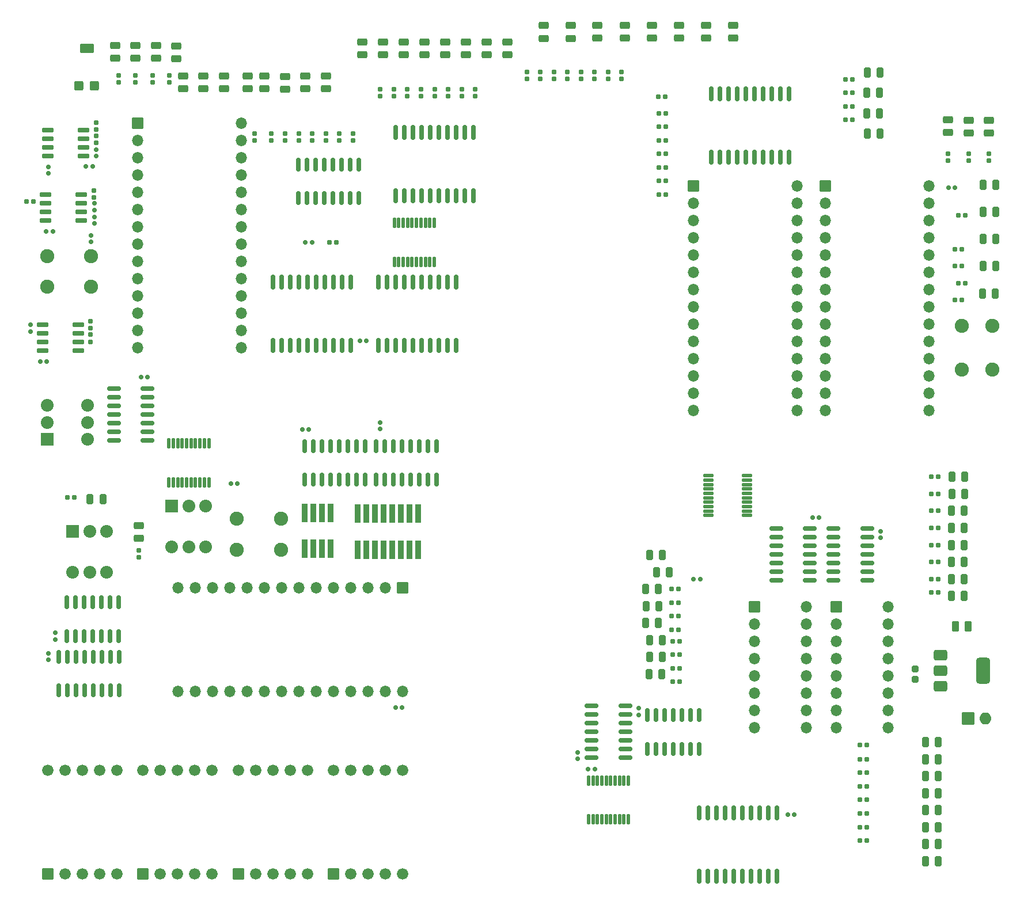
<source format=gts>
G04 #@! TF.GenerationSoftware,KiCad,Pcbnew,8.0.1*
G04 #@! TF.CreationDate,2024-05-29T20:25:03-07:00*
G04 #@! TF.ProjectId,8-Bit-Computer,382d4269-742d-4436-9f6d-70757465722e,rev?*
G04 #@! TF.SameCoordinates,Original*
G04 #@! TF.FileFunction,Soldermask,Top*
G04 #@! TF.FilePolarity,Negative*
%FSLAX46Y46*%
G04 Gerber Fmt 4.6, Leading zero omitted, Abs format (unit mm)*
G04 Created by KiCad (PCBNEW 8.0.1) date 2024-05-29 20:25:03*
%MOMM*%
%LPD*%
G01*
G04 APERTURE LIST*
G04 Aperture macros list*
%AMRoundRect*
0 Rectangle with rounded corners*
0 $1 Rounding radius*
0 $2 $3 $4 $5 $6 $7 $8 $9 X,Y pos of 4 corners*
0 Add a 4 corners polygon primitive as box body*
4,1,4,$2,$3,$4,$5,$6,$7,$8,$9,$2,$3,0*
0 Add four circle primitives for the rounded corners*
1,1,$1+$1,$2,$3*
1,1,$1+$1,$4,$5*
1,1,$1+$1,$6,$7*
1,1,$1+$1,$8,$9*
0 Add four rect primitives between the rounded corners*
20,1,$1+$1,$2,$3,$4,$5,0*
20,1,$1+$1,$4,$5,$6,$7,0*
20,1,$1+$1,$6,$7,$8,$9,0*
20,1,$1+$1,$8,$9,$2,$3,0*%
G04 Aperture macros list end*
%ADD10RoundRect,0.154000X0.154000X0.204000X-0.154000X0.204000X-0.154000X-0.204000X0.154000X-0.204000X0*%
%ADD11RoundRect,0.262750X-0.475250X0.262750X-0.475250X-0.262750X0.475250X-0.262750X0.475250X0.262750X0*%
%ADD12RoundRect,0.154000X-0.204000X0.154000X-0.204000X-0.154000X0.204000X-0.154000X0.204000X0.154000X0*%
%ADD13RoundRect,0.169000X-0.844000X-0.169000X0.844000X-0.169000X0.844000X0.169000X-0.844000X0.169000X0*%
%ADD14RoundRect,0.262750X-0.262750X-0.475250X0.262750X-0.475250X0.262750X0.475250X-0.262750X0.475250X0*%
%ADD15C,2.076000*%
%ADD16RoundRect,0.159000X-0.189000X0.159000X-0.189000X-0.159000X0.189000X-0.159000X0.189000X0.159000X0*%
%ADD17RoundRect,0.038000X-0.800000X-0.800000X0.800000X-0.800000X0.800000X0.800000X-0.800000X0.800000X0*%
%ADD18O,1.676000X1.676000*%
%ADD19RoundRect,0.154000X-0.154000X-0.204000X0.154000X-0.204000X0.154000X0.204000X-0.154000X0.204000X0*%
%ADD20RoundRect,0.169000X0.694000X0.169000X-0.694000X0.169000X-0.694000X-0.169000X0.694000X-0.169000X0*%
%ADD21RoundRect,0.262750X0.262750X0.475250X-0.262750X0.475250X-0.262750X-0.475250X0.262750X-0.475250X0*%
%ADD22C,1.676000*%
%ADD23RoundRect,0.169000X0.169000X-0.844000X0.169000X0.844000X-0.169000X0.844000X-0.169000X-0.844000X0*%
%ADD24RoundRect,0.154000X0.204000X-0.154000X0.204000X0.154000X-0.204000X0.154000X-0.204000X-0.154000X0*%
%ADD25RoundRect,0.119000X-0.656500X-0.119000X0.656500X-0.119000X0.656500X0.119000X-0.656500X0.119000X0*%
%ADD26RoundRect,0.169000X0.169000X-0.894000X0.169000X0.894000X-0.169000X0.894000X-0.169000X-0.894000X0*%
%ADD27RoundRect,0.262750X0.475250X-0.262750X0.475250X0.262750X-0.475250X0.262750X-0.475250X-0.262750X0*%
%ADD28RoundRect,0.038000X0.380000X-1.325000X0.380000X1.325000X-0.380000X1.325000X-0.380000X-1.325000X0*%
%ADD29RoundRect,0.159000X0.189000X-0.159000X0.189000X0.159000X-0.189000X0.159000X-0.189000X-0.159000X0*%
%ADD30RoundRect,0.038000X0.850000X-0.850000X0.850000X0.850000X-0.850000X0.850000X-0.850000X-0.850000X0*%
%ADD31O,1.776000X1.776000*%
%ADD32RoundRect,0.119000X-0.119000X0.656500X-0.119000X-0.656500X0.119000X-0.656500X0.119000X0.656500X0*%
%ADD33RoundRect,0.159000X-0.159000X-0.189000X0.159000X-0.189000X0.159000X0.189000X-0.159000X0.189000X0*%
%ADD34RoundRect,0.038000X-0.900000X-0.900000X0.900000X-0.900000X0.900000X0.900000X-0.900000X0.900000X0*%
%ADD35C,1.876000*%
%ADD36RoundRect,0.169000X0.844000X0.169000X-0.844000X0.169000X-0.844000X-0.169000X0.844000X-0.169000X0*%
%ADD37RoundRect,0.169000X-0.169000X0.894000X-0.169000X-0.894000X0.169000X-0.894000X0.169000X0.894000X0*%
%ADD38RoundRect,0.159000X0.159000X0.189000X-0.159000X0.189000X-0.159000X-0.189000X0.159000X-0.189000X0*%
%ADD39RoundRect,0.038000X-0.800000X0.800000X-0.800000X-0.800000X0.800000X-0.800000X0.800000X0.800000X0*%
%ADD40RoundRect,0.038000X0.900000X-0.900000X0.900000X0.900000X-0.900000X0.900000X-0.900000X-0.900000X0*%
%ADD41RoundRect,0.244000X0.269000X-0.244000X0.269000X0.244000X-0.269000X0.244000X-0.269000X-0.244000X0*%
%ADD42RoundRect,0.394000X-0.644000X-0.394000X0.644000X-0.394000X0.644000X0.394000X-0.644000X0.394000X0*%
%ADD43RoundRect,0.519000X-0.519000X-1.419000X0.519000X-1.419000X0.519000X1.419000X-0.519000X1.419000X0*%
%ADD44RoundRect,0.169000X-0.694000X-0.169000X0.694000X-0.169000X0.694000X0.169000X-0.694000X0.169000X0*%
%ADD45RoundRect,0.269000X0.269000X0.494000X-0.269000X0.494000X-0.269000X-0.494000X0.269000X-0.494000X0*%
%ADD46RoundRect,0.119000X0.119000X-0.656500X0.119000X0.656500X-0.119000X0.656500X-0.119000X-0.656500X0*%
%ADD47RoundRect,0.264615X0.423385X0.423385X-0.423385X0.423385X-0.423385X-0.423385X0.423385X-0.423385X0*%
%ADD48RoundRect,0.264615X0.773385X0.423385X-0.773385X0.423385X-0.773385X-0.423385X0.773385X-0.423385X0*%
G04 APERTURE END LIST*
D10*
X164060000Y-107000000D03*
X163040000Y-107000000D03*
D11*
X106000000Y-38125000D03*
X106000000Y-40000000D03*
D12*
X78000000Y-53980000D03*
X78000000Y-55000000D03*
D13*
X140190000Y-112100001D03*
X140190000Y-113370001D03*
X140190000Y-114640001D03*
X140190000Y-115910001D03*
X140190000Y-117180001D03*
X140190000Y-118450001D03*
X140190000Y-119720001D03*
X145140000Y-119720001D03*
X145140000Y-118450001D03*
X145140000Y-117180001D03*
X145140000Y-115910001D03*
X145140000Y-114640001D03*
X145140000Y-113370001D03*
X145140000Y-112100001D03*
D11*
X46000000Y-41062500D03*
X46000000Y-42937500D03*
D14*
X121000000Y-121000000D03*
X122875000Y-121000000D03*
D12*
X68000000Y-53980000D03*
X68000000Y-55000000D03*
D11*
X165500000Y-52000000D03*
X165500000Y-53875000D03*
D15*
X33000000Y-72000000D03*
X39500000Y-72000000D03*
X33000000Y-76500000D03*
X39500000Y-76500000D03*
D16*
X33215000Y-130440000D03*
X33215000Y-131400000D03*
D17*
X147400000Y-61670000D03*
D18*
X147400000Y-64210000D03*
X147400000Y-66750000D03*
X147400000Y-69290000D03*
X147400000Y-71830000D03*
X147400000Y-74370000D03*
X147400000Y-76910000D03*
X147400000Y-79450000D03*
X147400000Y-81990000D03*
X147400000Y-84530000D03*
X147400000Y-87070000D03*
X147400000Y-89610000D03*
X147400000Y-92150000D03*
X147400000Y-94690000D03*
X162640000Y-94690000D03*
X162640000Y-92150000D03*
X162640000Y-89610000D03*
X162640000Y-87070000D03*
X162640000Y-84530000D03*
X162640000Y-81990000D03*
X162640000Y-79450000D03*
X162640000Y-76910000D03*
X162640000Y-74370000D03*
X162640000Y-71830000D03*
X162640000Y-69290000D03*
X162640000Y-66750000D03*
X162640000Y-64210000D03*
X162640000Y-61670000D03*
D19*
X74490000Y-70000000D03*
X75510000Y-70000000D03*
D11*
X43000000Y-41062500D03*
X43000000Y-42937500D03*
D20*
X37625000Y-85905000D03*
X37625000Y-84635000D03*
X37625000Y-83365000D03*
X37625000Y-82095000D03*
X32375000Y-82095000D03*
X32375000Y-83365000D03*
X32375000Y-84635000D03*
X32375000Y-85905000D03*
D19*
X124837500Y-121010001D03*
X125857500Y-121010001D03*
X124837500Y-126980001D03*
X125857500Y-126980001D03*
X150365000Y-51980000D03*
X151385000Y-51980000D03*
D21*
X167852500Y-109500000D03*
X165977500Y-109500000D03*
D17*
X47135000Y-162920000D03*
D22*
X49675000Y-162920000D03*
X52215000Y-162920000D03*
X54755000Y-162920000D03*
X57295000Y-162920000D03*
X57295000Y-147680000D03*
X54755000Y-147680000D03*
X52215000Y-147680000D03*
X49675000Y-147680000D03*
X47135000Y-147680000D03*
D11*
X125920000Y-38062500D03*
X125920000Y-39937500D03*
D21*
X155385000Y-48000000D03*
X153510000Y-48000000D03*
D19*
X29990000Y-64000000D03*
X31010000Y-64000000D03*
X166490000Y-71000000D03*
X167510000Y-71000000D03*
D23*
X70920000Y-104910934D03*
X72190000Y-104910934D03*
X73460000Y-104910934D03*
X74730000Y-104910934D03*
X76000000Y-104910934D03*
X77270000Y-104910934D03*
X78540000Y-104910934D03*
X79810000Y-104910934D03*
X79810000Y-99960934D03*
X78540000Y-99960934D03*
X77270000Y-99960934D03*
X76000000Y-99960934D03*
X74730000Y-99960934D03*
X73460000Y-99960934D03*
X72190000Y-99960934D03*
X70920000Y-99960934D03*
D19*
X122870000Y-48580000D03*
X123890000Y-48580000D03*
D16*
X33213842Y-58885000D03*
X33213842Y-59845000D03*
D24*
X85980000Y-48510000D03*
X85980000Y-47490000D03*
D19*
X122980000Y-53000000D03*
X124000000Y-53000000D03*
D12*
X111500000Y-44980000D03*
X111500000Y-46000000D03*
D11*
X171500000Y-52062500D03*
X171500000Y-53937500D03*
D16*
X40213842Y-56385000D03*
X40213842Y-57345000D03*
D24*
X93980000Y-48500000D03*
X93980000Y-47480000D03*
D11*
X109960000Y-38125000D03*
X109960000Y-40000000D03*
D21*
X164000000Y-148500000D03*
X162125000Y-148500000D03*
D10*
X37020000Y-107500000D03*
X36000000Y-107500000D03*
D25*
X130202500Y-104327645D03*
X130202500Y-104977645D03*
X130202500Y-105627645D03*
X130202500Y-106277645D03*
X130202500Y-106927645D03*
X130202500Y-107577645D03*
X130202500Y-108227645D03*
X130202500Y-108877645D03*
X130202500Y-109527645D03*
X130202500Y-110177645D03*
X135927500Y-110177645D03*
X135927500Y-109527645D03*
X135927500Y-108877645D03*
X135927500Y-108227645D03*
X135927500Y-107577645D03*
X135927500Y-106927645D03*
X135927500Y-106277645D03*
X135927500Y-105627645D03*
X135927500Y-104977645D03*
X135927500Y-104327645D03*
D26*
X81697500Y-85133434D03*
X82967500Y-85133434D03*
X84237500Y-85133434D03*
X85507500Y-85133434D03*
X86777500Y-85133434D03*
X88047500Y-85133434D03*
X89317500Y-85133434D03*
X90587500Y-85133434D03*
X91857500Y-85133434D03*
X93127500Y-85133434D03*
X93127500Y-75833434D03*
X91857500Y-75833434D03*
X90587500Y-75833434D03*
X89317500Y-75833434D03*
X88047500Y-75833434D03*
X86777500Y-75833434D03*
X85507500Y-75833434D03*
X84237500Y-75833434D03*
X82967500Y-75833434D03*
X81697500Y-75833434D03*
D13*
X42825000Y-91537316D03*
X42825000Y-92807316D03*
X42825000Y-94077316D03*
X42825000Y-95347316D03*
X42825000Y-96617316D03*
X42825000Y-97887316D03*
X42825000Y-99157316D03*
X47775000Y-99157316D03*
X47775000Y-97887316D03*
X47775000Y-96617316D03*
X47775000Y-95347316D03*
X47775000Y-94077316D03*
X47775000Y-92807316D03*
X47775000Y-91537316D03*
D27*
X79380000Y-42437500D03*
X79380000Y-40562500D03*
D24*
X40213842Y-55375000D03*
X40213842Y-54355000D03*
D28*
X78680000Y-115175934D03*
X79950000Y-115175934D03*
X81220000Y-115175934D03*
X82490000Y-115175934D03*
X83760000Y-115175934D03*
X85030000Y-115175934D03*
X86300000Y-115175934D03*
X87570000Y-115175934D03*
X87570000Y-109925934D03*
X86300000Y-109925934D03*
X85030000Y-109925934D03*
X83760000Y-109925934D03*
X82490000Y-109925934D03*
X81220000Y-109925934D03*
X79950000Y-109925934D03*
X78680000Y-109925934D03*
D24*
X39375000Y-82615000D03*
X39375000Y-81595000D03*
D29*
X82000000Y-97460000D03*
X82000000Y-96500000D03*
D30*
X168460000Y-140000000D03*
D31*
X171000000Y-140000000D03*
D12*
X107520000Y-44980000D03*
X107520000Y-46000000D03*
D23*
X121230000Y-144475001D03*
X122500000Y-144475001D03*
X123770000Y-144475001D03*
X125040000Y-144475001D03*
X126310000Y-144475001D03*
X127580000Y-144475001D03*
X128850000Y-144475001D03*
X128850000Y-139525001D03*
X127580000Y-139525001D03*
X126310000Y-139525001D03*
X125040000Y-139525001D03*
X123770000Y-139525001D03*
X122500000Y-139525001D03*
X121230000Y-139525001D03*
D21*
X41222500Y-107775000D03*
X39347500Y-107775000D03*
D12*
X117470000Y-44980000D03*
X117470000Y-46000000D03*
D11*
X52000000Y-41125000D03*
X52000000Y-43000000D03*
D32*
X56790000Y-99573434D03*
X56140000Y-99573434D03*
X55490000Y-99573434D03*
X54840000Y-99573434D03*
X54190000Y-99573434D03*
X53540000Y-99573434D03*
X52890000Y-99573434D03*
X52240000Y-99573434D03*
X51590000Y-99573434D03*
X50940000Y-99573434D03*
X50940000Y-105298434D03*
X51590000Y-105298434D03*
X52240000Y-105298434D03*
X52890000Y-105298434D03*
X53540000Y-105298434D03*
X54190000Y-105298434D03*
X54840000Y-105298434D03*
X55490000Y-105298434D03*
X56140000Y-105298434D03*
X56790000Y-105298434D03*
D11*
X62500000Y-45562500D03*
X62500000Y-47437500D03*
D33*
X70540000Y-97500000D03*
X71500000Y-97500000D03*
D10*
X164060000Y-104500001D03*
X163040000Y-104500001D03*
X153550000Y-148000001D03*
X152530000Y-148000001D03*
D17*
X46375000Y-52500000D03*
D18*
X46375000Y-55040000D03*
X46375000Y-57580000D03*
X46375000Y-60120000D03*
X46375000Y-62660000D03*
X46375000Y-65200000D03*
X46375000Y-67740000D03*
X46375000Y-70280000D03*
X46375000Y-72820000D03*
X46375000Y-75360000D03*
X46375000Y-77900000D03*
X46375000Y-80440000D03*
X46375000Y-82980000D03*
X46375000Y-85520000D03*
X61615000Y-85520000D03*
X61615000Y-82980000D03*
X61615000Y-80440000D03*
X61615000Y-77900000D03*
X61615000Y-75360000D03*
X61615000Y-72820000D03*
X61615000Y-70280000D03*
X61615000Y-67740000D03*
X61615000Y-65200000D03*
X61615000Y-62660000D03*
X61615000Y-60120000D03*
X61615000Y-57580000D03*
X61615000Y-55040000D03*
X61615000Y-52500000D03*
D21*
X167852500Y-122000000D03*
X165977500Y-122000000D03*
D29*
X120000000Y-139480000D03*
X120000000Y-138520000D03*
D34*
X51365000Y-108820934D03*
D35*
X53865000Y-108820934D03*
X56365000Y-108820934D03*
X51365000Y-114820934D03*
X53865000Y-114820934D03*
X56365000Y-114820934D03*
D23*
X69920000Y-63500000D03*
X71190000Y-63500000D03*
X72460000Y-63500000D03*
X73730000Y-63500000D03*
X75000000Y-63500000D03*
X76270000Y-63500000D03*
X77540000Y-63500000D03*
X78810000Y-63500000D03*
X78810000Y-58550000D03*
X77540000Y-58550000D03*
X76270000Y-58550000D03*
X75000000Y-58550000D03*
X73730000Y-58550000D03*
X72460000Y-58550000D03*
X71190000Y-58550000D03*
X69920000Y-58550000D03*
D32*
X89925000Y-67137500D03*
X89275000Y-67137500D03*
X88625000Y-67137500D03*
X87975000Y-67137500D03*
X87325000Y-67137500D03*
X86675000Y-67137500D03*
X86025000Y-67137500D03*
X85375000Y-67137500D03*
X84725000Y-67137500D03*
X84075000Y-67137500D03*
X84075000Y-72862500D03*
X84725000Y-72862500D03*
X85375000Y-72862500D03*
X86025000Y-72862500D03*
X86675000Y-72862500D03*
X87325000Y-72862500D03*
X87975000Y-72862500D03*
X88625000Y-72862500D03*
X89275000Y-72862500D03*
X89925000Y-72862500D03*
D27*
X100660000Y-42437500D03*
X100660000Y-40562500D03*
X85460000Y-42437500D03*
X85460000Y-40562500D03*
D19*
X150365000Y-49990000D03*
X151385000Y-49990000D03*
D29*
X40000000Y-67230000D03*
X40000000Y-66270000D03*
D14*
X122625000Y-118500000D03*
X124500000Y-118500000D03*
D11*
X71000000Y-45562500D03*
X71000000Y-47437500D03*
D12*
X109510000Y-44980000D03*
X109510000Y-46000000D03*
D24*
X90000000Y-48500000D03*
X90000000Y-47480000D03*
D33*
X60020000Y-105500000D03*
X60980000Y-105500000D03*
D21*
X172500000Y-73500000D03*
X170625000Y-73500000D03*
X164000000Y-151000000D03*
X162125000Y-151000000D03*
D12*
X113490000Y-44980000D03*
X113490000Y-46000000D03*
D10*
X164010000Y-117000000D03*
X162990000Y-117000000D03*
D12*
X105530000Y-44980000D03*
X105530000Y-46000000D03*
D26*
X130635000Y-57470000D03*
X131905000Y-57470000D03*
X133175000Y-57470000D03*
X134445000Y-57470000D03*
X135715000Y-57470000D03*
X136985000Y-57470000D03*
X138255000Y-57470000D03*
X139525000Y-57470000D03*
X140795000Y-57470000D03*
X142065000Y-57470000D03*
X142065000Y-48170000D03*
X140795000Y-48170000D03*
X139525000Y-48170000D03*
X138255000Y-48170000D03*
X136985000Y-48170000D03*
X135715000Y-48170000D03*
X134445000Y-48170000D03*
X133175000Y-48170000D03*
X131905000Y-48170000D03*
X130635000Y-48170000D03*
D24*
X87970000Y-48510000D03*
X87970000Y-47490000D03*
D12*
X171500000Y-56990000D03*
X171500000Y-58010000D03*
D11*
X56000000Y-45562500D03*
X56000000Y-47437500D03*
D21*
X167852500Y-117000000D03*
X165977500Y-117000000D03*
D11*
X68000000Y-45625000D03*
X68000000Y-47500000D03*
D16*
X155520000Y-112500001D03*
X155520000Y-113460001D03*
D36*
X118015000Y-145810001D03*
X118015000Y-144540001D03*
X118015000Y-143270001D03*
X118015000Y-142000001D03*
X118015000Y-140730001D03*
X118015000Y-139460001D03*
X118015000Y-138190001D03*
X113065000Y-138190001D03*
X113065000Y-139460001D03*
X113065000Y-140730001D03*
X113065000Y-142000001D03*
X113065000Y-143270001D03*
X113065000Y-144540001D03*
X113065000Y-145810001D03*
D37*
X95715000Y-53850000D03*
X94445000Y-53850000D03*
X93175000Y-53850000D03*
X91905000Y-53850000D03*
X90635000Y-53850000D03*
X89365000Y-53850000D03*
X88095000Y-53850000D03*
X86825000Y-53850000D03*
X85555000Y-53850000D03*
X84285000Y-53850000D03*
X84285000Y-63150000D03*
X85555000Y-63150000D03*
X86825000Y-63150000D03*
X88095000Y-63150000D03*
X89365000Y-63150000D03*
X90635000Y-63150000D03*
X91905000Y-63150000D03*
X93175000Y-63150000D03*
X94445000Y-63150000D03*
X95715000Y-63150000D03*
D10*
X164010000Y-119500000D03*
X162990000Y-119500000D03*
D21*
X164000000Y-156000000D03*
X162125000Y-156000000D03*
D38*
X39693842Y-58865000D03*
X38733842Y-58865000D03*
D19*
X124837500Y-124990001D03*
X125857500Y-124990001D03*
D11*
X65000000Y-45562500D03*
X65000000Y-47437500D03*
X49000000Y-41062500D03*
X49000000Y-42937500D03*
D19*
X124977500Y-130630001D03*
X125997500Y-130630001D03*
X166990000Y-76000000D03*
X168010000Y-76000000D03*
D38*
X47780000Y-89847316D03*
X46820000Y-89847316D03*
D10*
X153550000Y-154000001D03*
X152530000Y-154000001D03*
D33*
X32020000Y-87500000D03*
X32980000Y-87500000D03*
D21*
X167852500Y-119500000D03*
X165977500Y-119500000D03*
D10*
X164060000Y-121500000D03*
X163040000Y-121500000D03*
D19*
X124977500Y-134610001D03*
X125997500Y-134610001D03*
D14*
X121562500Y-131000000D03*
X123437500Y-131000000D03*
D24*
X82000000Y-48510000D03*
X82000000Y-47490000D03*
D38*
X79980000Y-84500000D03*
X79020000Y-84500000D03*
D33*
X71000000Y-70000000D03*
X71960000Y-70000000D03*
D12*
X103540000Y-44980000D03*
X103540000Y-46000000D03*
D14*
X121602500Y-116000000D03*
X123477500Y-116000000D03*
D12*
X76000000Y-53990000D03*
X76000000Y-55010000D03*
D38*
X129020000Y-119500001D03*
X128060000Y-119500001D03*
D14*
X121562500Y-128500000D03*
X123437500Y-128500000D03*
D12*
X63500000Y-53990000D03*
X63500000Y-55010000D03*
D34*
X36792500Y-112497500D03*
D35*
X39292500Y-112497500D03*
X41792500Y-112497500D03*
X36792500Y-118497500D03*
X39292500Y-118497500D03*
X41792500Y-118497500D03*
D33*
X112560000Y-147500001D03*
X113520000Y-147500001D03*
D27*
X94580000Y-42437500D03*
X94580000Y-40562500D03*
D16*
X39500000Y-69000000D03*
X39500000Y-69960000D03*
D12*
X70000000Y-53990000D03*
X70000000Y-55010000D03*
D19*
X166990000Y-66000000D03*
X168010000Y-66000000D03*
D10*
X153550000Y-152000001D03*
X152530000Y-152000001D03*
D21*
X172500000Y-65500000D03*
X170625000Y-65500000D03*
D14*
X121000000Y-126000000D03*
X122875000Y-126000000D03*
D24*
X51000000Y-46467500D03*
X51000000Y-45447500D03*
D12*
X115480000Y-44980000D03*
X115480000Y-46000000D03*
D39*
X85240000Y-120795000D03*
D18*
X82700000Y-120795000D03*
X80160000Y-120795000D03*
X77620000Y-120795000D03*
X75080000Y-120795000D03*
X72540000Y-120795000D03*
X70000000Y-120795000D03*
X67460000Y-120795000D03*
X64920000Y-120795000D03*
X62380000Y-120795000D03*
X59840000Y-120795000D03*
X57300000Y-120795000D03*
X54760000Y-120795000D03*
X52220000Y-120795000D03*
X52220000Y-136035000D03*
X54760000Y-136035000D03*
X57300000Y-136035000D03*
X59840000Y-136035000D03*
X62380000Y-136035000D03*
X64920000Y-136035000D03*
X67460000Y-136035000D03*
X70000000Y-136035000D03*
X72540000Y-136035000D03*
X75080000Y-136035000D03*
X77620000Y-136035000D03*
X80160000Y-136035000D03*
X82700000Y-136035000D03*
X85240000Y-136035000D03*
D10*
X153560000Y-156000001D03*
X152540000Y-156000001D03*
D21*
X172500000Y-69500000D03*
X170625000Y-69500000D03*
D11*
X59000000Y-45500000D03*
X59000000Y-47375000D03*
X117920000Y-38062500D03*
X117920000Y-39937500D03*
D10*
X164060000Y-114500000D03*
X163040000Y-114500000D03*
D24*
X43500000Y-46457500D03*
X43500000Y-45437500D03*
D21*
X172500000Y-61500000D03*
X170625000Y-61500000D03*
D11*
X74000000Y-45562500D03*
X74000000Y-47437500D03*
D19*
X122980000Y-51010000D03*
X124000000Y-51010000D03*
D21*
X164000000Y-161000000D03*
X162125000Y-161000000D03*
X167852500Y-112000000D03*
X165977500Y-112000000D03*
D12*
X66000000Y-53980000D03*
X66000000Y-55000000D03*
D33*
X165520000Y-62000000D03*
X166480000Y-62000000D03*
D14*
X121540000Y-133500000D03*
X123415000Y-133500000D03*
D24*
X95970000Y-48500000D03*
X95970000Y-47480000D03*
X91990000Y-48500000D03*
X91990000Y-47480000D03*
D10*
X164060000Y-109500000D03*
X163040000Y-109500000D03*
D21*
X167915000Y-107000000D03*
X166040000Y-107000000D03*
D16*
X40000000Y-64290000D03*
X40000000Y-65250000D03*
D12*
X165500000Y-56990000D03*
X165500000Y-58010000D03*
D37*
X77627500Y-75833434D03*
X76357500Y-75833434D03*
X75087500Y-75833434D03*
X73817500Y-75833434D03*
X72547500Y-75833434D03*
X71277500Y-75833434D03*
X70007500Y-75833434D03*
X68737500Y-75833434D03*
X67467500Y-75833434D03*
X66197500Y-75833434D03*
X66197500Y-85133434D03*
X67467500Y-85133434D03*
X68737500Y-85133434D03*
X70007500Y-85133434D03*
X71277500Y-85133434D03*
X72547500Y-85133434D03*
X73817500Y-85133434D03*
X75087500Y-85133434D03*
X76357500Y-85133434D03*
X77627500Y-85133434D03*
D21*
X164000000Y-143500000D03*
X162125000Y-143500000D03*
D19*
X122980000Y-60960000D03*
X124000000Y-60960000D03*
D17*
X137040000Y-123600001D03*
D18*
X137040000Y-126140001D03*
X137040000Y-128680001D03*
X137040000Y-131220001D03*
X137040000Y-133760001D03*
X137040000Y-136300001D03*
X137040000Y-138840001D03*
X137040000Y-141380001D03*
X144660000Y-141380001D03*
X144660000Y-138840001D03*
X144660000Y-136300001D03*
X144660000Y-133760001D03*
X144660000Y-131220001D03*
X144660000Y-128680001D03*
X144660000Y-126140001D03*
X144660000Y-123600001D03*
D19*
X166490000Y-78500000D03*
X167510000Y-78500000D03*
D24*
X40213842Y-53375000D03*
X40213842Y-52355000D03*
D29*
X34215000Y-128400000D03*
X34215000Y-127440000D03*
D40*
X33000000Y-99000000D03*
D35*
X33000000Y-96500000D03*
X33000000Y-94000000D03*
X39000000Y-99000000D03*
X39000000Y-96500000D03*
X39000000Y-94000000D03*
D16*
X30595000Y-82135000D03*
X30595000Y-83095000D03*
D12*
X39375000Y-83595000D03*
X39375000Y-84615000D03*
D11*
X113920000Y-38062500D03*
X113920000Y-39937500D03*
D19*
X124977500Y-132620001D03*
X125997500Y-132620001D03*
D14*
X121062500Y-123500000D03*
X122937500Y-123500000D03*
D23*
X81420000Y-104910934D03*
X82690000Y-104910934D03*
X83960000Y-104910934D03*
X85230000Y-104910934D03*
X86500000Y-104910934D03*
X87770000Y-104910934D03*
X89040000Y-104910934D03*
X90310000Y-104910934D03*
X90310000Y-99960934D03*
X89040000Y-99960934D03*
X87770000Y-99960934D03*
X86500000Y-99960934D03*
X85230000Y-99960934D03*
X83960000Y-99960934D03*
X82690000Y-99960934D03*
X81420000Y-99960934D03*
X34770000Y-135895000D03*
X36040000Y-135895000D03*
X37310000Y-135895000D03*
X38580000Y-135895000D03*
X39850000Y-135895000D03*
X41120000Y-135895000D03*
X42390000Y-135895000D03*
X43660000Y-135895000D03*
X43660000Y-130945000D03*
X42390000Y-130945000D03*
X41120000Y-130945000D03*
X39850000Y-130945000D03*
X38580000Y-130945000D03*
X37310000Y-130945000D03*
X36040000Y-130945000D03*
X34770000Y-130945000D03*
D41*
X160650000Y-134275000D03*
X160650000Y-132725000D03*
D24*
X83990000Y-48510000D03*
X83990000Y-47490000D03*
D11*
X133920000Y-38062500D03*
X133920000Y-39937500D03*
D27*
X97620000Y-42437500D03*
X97620000Y-40562500D03*
D23*
X35905000Y-127895000D03*
X37175000Y-127895000D03*
X38445000Y-127895000D03*
X39715000Y-127895000D03*
X40985000Y-127895000D03*
X42255000Y-127895000D03*
X43525000Y-127895000D03*
X43525000Y-122945000D03*
X42255000Y-122945000D03*
X40985000Y-122945000D03*
X39715000Y-122945000D03*
X38445000Y-122945000D03*
X37175000Y-122945000D03*
X35905000Y-122945000D03*
D21*
X164000000Y-153500000D03*
X162125000Y-153500000D03*
D15*
X167500000Y-88750000D03*
X167500000Y-82250000D03*
X172000000Y-88750000D03*
X172000000Y-82250000D03*
D19*
X166490000Y-73500000D03*
X167510000Y-73500000D03*
D21*
X155447500Y-45000000D03*
X153572500Y-45000000D03*
D24*
X48500000Y-46510000D03*
X48500000Y-45490000D03*
D21*
X164000000Y-158500000D03*
X162125000Y-158500000D03*
D24*
X46000000Y-46457500D03*
X46000000Y-45437500D03*
D19*
X150365000Y-46010000D03*
X151385000Y-46010000D03*
D11*
X53000000Y-45562500D03*
X53000000Y-47437500D03*
D15*
X60890000Y-110685934D03*
X67390000Y-110685934D03*
X60890000Y-115185934D03*
X67390000Y-115185934D03*
D12*
X46500000Y-115327500D03*
X46500000Y-116347500D03*
X74000000Y-53970000D03*
X74000000Y-54990000D03*
D27*
X91540000Y-42437500D03*
X91540000Y-40562500D03*
D21*
X155447500Y-54000000D03*
X153572500Y-54000000D03*
D33*
X32895000Y-68365000D03*
X33855000Y-68365000D03*
D10*
X153550000Y-143960001D03*
X152530000Y-143960001D03*
D19*
X124837500Y-123000001D03*
X125857500Y-123000001D03*
D33*
X141892500Y-154169413D03*
X142852500Y-154169413D03*
D11*
X121920000Y-38062500D03*
X121920000Y-39937500D03*
D42*
X164350000Y-130700000D03*
X164350000Y-133000000D03*
D43*
X170650000Y-133000000D03*
D42*
X164350000Y-135300000D03*
D17*
X33135000Y-162917500D03*
D22*
X35675000Y-162917500D03*
X38215000Y-162917500D03*
X40755000Y-162917500D03*
X43295000Y-162917500D03*
X43295000Y-147677500D03*
X40755000Y-147677500D03*
X38215000Y-147677500D03*
X35675000Y-147677500D03*
X33135000Y-147677500D03*
D27*
X82420000Y-42437500D03*
X82420000Y-40562500D03*
D21*
X164000000Y-146000000D03*
X162125000Y-146000000D03*
D17*
X128000000Y-61670000D03*
D18*
X128000000Y-64210000D03*
X128000000Y-66750000D03*
X128000000Y-69290000D03*
X128000000Y-71830000D03*
X128000000Y-74370000D03*
X128000000Y-76910000D03*
X128000000Y-79450000D03*
X128000000Y-81990000D03*
X128000000Y-84530000D03*
X128000000Y-87070000D03*
X128000000Y-89610000D03*
X128000000Y-92150000D03*
X128000000Y-94690000D03*
X143240000Y-94690000D03*
X143240000Y-92150000D03*
X143240000Y-89610000D03*
X143240000Y-87070000D03*
X143240000Y-84530000D03*
X143240000Y-81990000D03*
X143240000Y-79450000D03*
X143240000Y-76910000D03*
X143240000Y-74370000D03*
X143240000Y-71830000D03*
X143240000Y-69290000D03*
X143240000Y-66750000D03*
X143240000Y-64210000D03*
X143240000Y-61670000D03*
D21*
X167915000Y-104500000D03*
X166040000Y-104500000D03*
D37*
X140297500Y-153925001D03*
X139027500Y-153925001D03*
X137757500Y-153925001D03*
X136487500Y-153925001D03*
X135217500Y-153925001D03*
X133947500Y-153925001D03*
X132677500Y-153925001D03*
X131407500Y-153925001D03*
X130137500Y-153925001D03*
X128867500Y-153925001D03*
X128867500Y-163225001D03*
X130137500Y-163225001D03*
X131407500Y-163225001D03*
X132677500Y-163225001D03*
X133947500Y-163225001D03*
X135217500Y-163225001D03*
X136487500Y-163225001D03*
X137757500Y-163225001D03*
X139027500Y-163225001D03*
X140297500Y-163225001D03*
D44*
X33088842Y-53460000D03*
X33088842Y-54730000D03*
X33088842Y-56000000D03*
X33088842Y-57270000D03*
X38338842Y-57270000D03*
X38338842Y-56000000D03*
X38338842Y-54730000D03*
X38338842Y-53460000D03*
D11*
X129920000Y-38062500D03*
X129920000Y-39937500D03*
D19*
X150365000Y-48000000D03*
X151385000Y-48000000D03*
D13*
X148640000Y-112100001D03*
X148640000Y-113370001D03*
X148640000Y-114640001D03*
X148640000Y-115910001D03*
X148640000Y-117180001D03*
X148640000Y-118450001D03*
X148640000Y-119720001D03*
X153590000Y-119720001D03*
X153590000Y-118450001D03*
X153590000Y-117180001D03*
X153590000Y-115910001D03*
X153590000Y-114640001D03*
X153590000Y-113370001D03*
X153590000Y-112100001D03*
D10*
X153550000Y-158000001D03*
X152530000Y-158000001D03*
D33*
X84235000Y-138420000D03*
X85195000Y-138420000D03*
D24*
X39875000Y-63375000D03*
X39875000Y-62355000D03*
D19*
X122980000Y-62950000D03*
X124000000Y-62950000D03*
X122980000Y-54990000D03*
X124000000Y-54990000D03*
D17*
X75095000Y-162917500D03*
D22*
X77635000Y-162917500D03*
X80175000Y-162917500D03*
X82715000Y-162917500D03*
X85255000Y-162917500D03*
X85255000Y-147677500D03*
X82715000Y-147677500D03*
X80175000Y-147677500D03*
X77635000Y-147677500D03*
X75095000Y-147677500D03*
D29*
X111040000Y-145960001D03*
X111040000Y-145000001D03*
D10*
X153560000Y-150000001D03*
X152540000Y-150000001D03*
D27*
X88500000Y-42437500D03*
X88500000Y-40562500D03*
D17*
X61185000Y-162920000D03*
D22*
X63725000Y-162920000D03*
X66265000Y-162920000D03*
X68805000Y-162920000D03*
X71345000Y-162920000D03*
X71345000Y-147680000D03*
X68805000Y-147680000D03*
X66265000Y-147680000D03*
X63725000Y-147680000D03*
X61185000Y-147680000D03*
D21*
X155385000Y-51000000D03*
X153510000Y-51000000D03*
X167852500Y-114500000D03*
X165977500Y-114500000D03*
D45*
X168450000Y-126500000D03*
X166550000Y-126500000D03*
D12*
X168500000Y-57000000D03*
X168500000Y-58020000D03*
D28*
X70865000Y-115060934D03*
X72135000Y-115060934D03*
X73405000Y-115060934D03*
X74675000Y-115060934D03*
X74675000Y-109810934D03*
X73405000Y-109810934D03*
X72135000Y-109810934D03*
X70865000Y-109810934D03*
D10*
X164060000Y-112000000D03*
X163040000Y-112000000D03*
D44*
X32750000Y-62960000D03*
X32750000Y-64230000D03*
X32750000Y-65500000D03*
X32750000Y-66770000D03*
X38000000Y-66770000D03*
X38000000Y-65500000D03*
X38000000Y-64230000D03*
X38000000Y-62960000D03*
D11*
X46500000Y-111625000D03*
X46500000Y-113500000D03*
D46*
X112615000Y-154862501D03*
X113265000Y-154862501D03*
X113915000Y-154862501D03*
X114565000Y-154862501D03*
X115215000Y-154862501D03*
X115865000Y-154862501D03*
X116515000Y-154862501D03*
X117165000Y-154862501D03*
X117815000Y-154862501D03*
X118465000Y-154862501D03*
X118465000Y-149137501D03*
X117815000Y-149137501D03*
X117165000Y-149137501D03*
X116515000Y-149137501D03*
X115865000Y-149137501D03*
X115215000Y-149137501D03*
X114565000Y-149137501D03*
X113915000Y-149137501D03*
X113265000Y-149137501D03*
X112615000Y-149137501D03*
D17*
X149040000Y-123600001D03*
D18*
X149040000Y-126140001D03*
X149040000Y-128680001D03*
X149040000Y-131220001D03*
X149040000Y-133760001D03*
X149040000Y-136300001D03*
X149040000Y-138840001D03*
X149040000Y-141380001D03*
X156660000Y-141380001D03*
X156660000Y-138840001D03*
X156660000Y-136300001D03*
X156660000Y-133760001D03*
X156660000Y-131220001D03*
X156660000Y-128680001D03*
X156660000Y-126140001D03*
X156660000Y-123600001D03*
D21*
X172437500Y-77500000D03*
X170562500Y-77500000D03*
D12*
X72000000Y-53980000D03*
X72000000Y-55000000D03*
D19*
X124977500Y-128640001D03*
X125997500Y-128640001D03*
D11*
X168500000Y-52062500D03*
X168500000Y-53937500D03*
D10*
X153550000Y-146000001D03*
X152530000Y-146000001D03*
D33*
X145560000Y-110500001D03*
X146520000Y-110500001D03*
D47*
X40000000Y-47000000D03*
D48*
X38850000Y-41500000D03*
D47*
X37700000Y-47000000D03*
D19*
X122980000Y-56980000D03*
X124000000Y-56980000D03*
X122980000Y-58970000D03*
X124000000Y-58970000D03*
M02*

</source>
